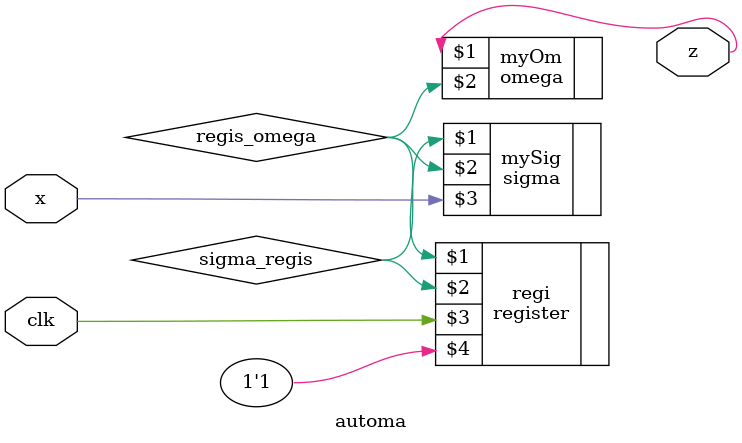
<source format=sv>
module automa (output z, input x, input clk);

  wire sigma_regis;
  wire regis_omega;

  omega myOm(z,regis_omega);
  sigma mySig(sigma_regis,regis_omega,x);
  register regi(regis_omega,sigma_regis,clk,1'b1);

endmodule

</source>
